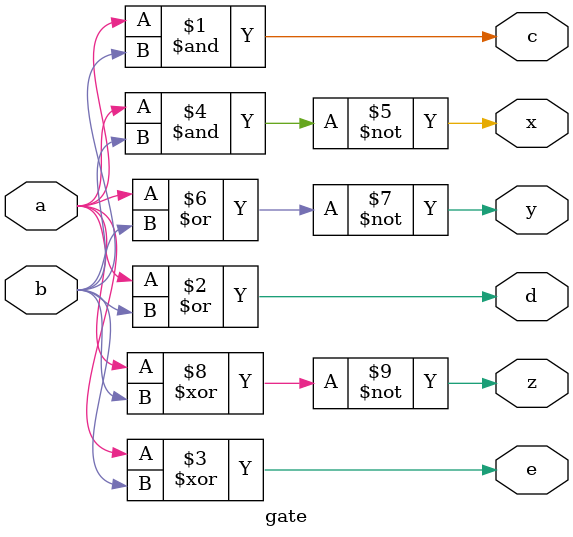
<source format=v>
module gate (	input a, b,
				output c, d, e,
				output x, y, z);

	and (c, a, b); 
	or  (d, a, b);	
	xor (e, a, b); 
	
    nand (x, a, b); 
	nor  (y, a, b);	
	xnor (z, a, b); 
		
endmodule
</source>
